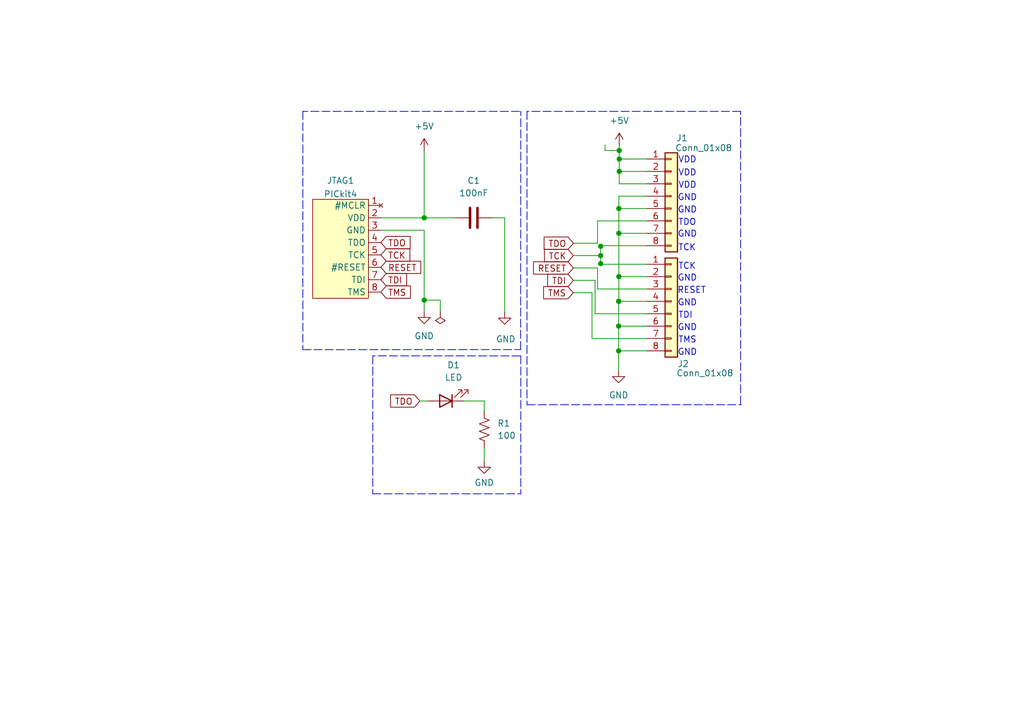
<source format=kicad_sch>
(kicad_sch (version 20211123) (generator eeschema)
  (paper "A5")
  (title_block (title "JTAG_ISP / HDR") (date "2022-04-15") (rev "v5.4.0"))
  (lib_symbols
    (symbol "Connector_Generic:Conn_01x08" (pin_names (offset 1.016) hide)
      (property "Reference" "J" (at 0 10.16 0))
      (property "Value" "Conn_01x08" (at 0 -12.7 0))
      (symbol "Conn_01x08_1_1"
        (rectangle (start -1.27 -10.033) (end 0 -10.287) (stroke (width 0.1524)))
        (rectangle (start -1.27 -7.493) (end 0 -7.747) (stroke (width 0.1524)))
        (rectangle (start -1.27 -4.953) (end 0 -5.207) (stroke (width 0.1524)))
        (rectangle (start -1.27 -2.413) (end 0 -2.667) (stroke (width 0.1524)))
        (rectangle (start -1.27 0.127) (end 0 -0.127) (stroke (width 0.1524)))
        (rectangle (start -1.27 2.667) (end 0 2.413) (stroke (width 0.1524)))
        (rectangle (start -1.27 5.207) (end 0 4.953) (stroke (width 0.1524)))
        (rectangle (start -1.27 7.747) (end 0 7.493) (stroke (width 0.1524)))
        (rectangle (start -1.27 8.89) (end 1.27 -11.43) (stroke (width 0.254)) (fill (type background)))
        (pin passive line (at -5.08 7.62 0) (length 3.81) (name "Pin_1") (number "1"))
        (pin passive line (at -5.08 5.08 0) (length 3.81) (name "Pin_2") (number "2"))
        (pin passive line (at -5.08 2.54 0) (length 3.81) (name "Pin_3") (number "3"))
        (pin passive line (at -5.08 0 0) (length 3.81) (name "Pin_4") (number "4"))
        (pin passive line (at -5.08 -2.54 0) (length 3.81) (name "Pin_5") (number "5"))
        (pin passive line (at -5.08 -5.08 0) (length 3.81) (name "Pin_6") (number "6"))
        (pin passive line (at -5.08 -7.62 0) (length 3.81) (name "Pin_7") (number "7"))
        (pin passive line (at -5.08 -10.16 0) (length 3.81) (name "Pin_8") (number "8"))
      )
    )
    (symbol "Device:C" (pin_numbers hide) (pin_names (offset 0.254))
      (property "Reference" "C" (at 0.635 2.54 0))
      (property "Value" "C" (at 0.635 -2.54 0))
      (symbol "C_0_1"
        (polyline (pts (xy -2.032 -0.762) (xy 2.032 -0.762)) (stroke (width 0.508)))
        (polyline (pts (xy -2.032 0.762) (xy 2.032 0.762)) (stroke (width 0.508)))
      )
      (symbol "C_1_1"
        (pin passive line (at 0 3.81 270) (length 2.794) (name "~") (number "1"))
        (pin passive line (at 0 -3.81 90) (length 2.794) (name "~") (number "2"))
      )
    )
    (symbol "Device:LED" (pin_numbers hide) (pin_names (offset 1.016) hide)
      (property "Reference" "D" (at 0 2.54 0))
      (property "Value" "LED" (at 0 -2.54 0))
      (symbol "LED_0_1"
        (polyline (pts (xy -1.27 -1.27) (xy -1.27 1.27)) (stroke (width 0.254)))
        (polyline (pts (xy -1.27 0) (xy 1.27 0)))
        (polyline (pts (xy 1.27 -1.27) (xy 1.27 1.27) (xy -1.27 0) (xy 1.27 -1.27)) (stroke (width 0.254)))
        (polyline (pts (xy -3.048 -0.762) (xy -4.572 -2.286) (xy -3.81 -2.286) (xy -4.572 -2.286) (xy -4.572 -1.524)))
        (polyline (pts (xy -1.778 -0.762) (xy -3.302 -2.286) (xy -2.54 -2.286) (xy -3.302 -2.286) (xy -3.302 -1.524)))
      )
      (symbol "LED_1_1"
        (pin passive line (at -3.81 0 0) (length 2.54) (name "K") (number "1"))
        (pin passive line (at 3.81 0 180) (length 2.54) (name "A") (number "2"))
      )
    )
    (symbol "Device:R_US" (pin_numbers hide) (pin_names (offset 0))
      (property "Reference" "R" (at 2.54 0 90))
      (property "Value" "R_US" (at -2.54 0 90))
      (symbol "R_US_0_1"
        (polyline (pts (xy 0 -2.286) (xy 0 -2.54)))
        (polyline (pts (xy 0 2.286) (xy 0 2.54)))
        (polyline (pts (xy 0 -0.762) (xy 1.016 -1.143) (xy 0 -1.524) (xy -1.016 -1.905) (xy 0 -2.286)))
        (polyline (pts (xy 0 0.762) (xy 1.016 0.381) (xy 0 0) (xy -1.016 -0.381) (xy 0 -0.762)))
        (polyline (pts (xy 0 2.286) (xy 1.016 1.905) (xy 0 1.524) (xy -1.016 1.143) (xy 0 0.762)))
      )
      (symbol "R_US_1_1"
        (pin passive line (at 0 3.81 270) (length 1.27) (name "~") (number "1"))
        (pin passive line (at 0 -3.81 90) (length 1.27) (name "~") (number "2"))
      )
    )
    (symbol "THOMAS_library:PICkit4"
      (property "Reference" "JTAG" (at -2.54 0 0))
      (property "Value" "PICkit4" (at -1.27 -2.54 0))
      (symbol "PICkit4_0_1"
        (rectangle (start -5.08 -3.81) (end 6.35 -24.13) (fill (type background)))
      )
      (symbol "PICkit4_1_1"
        (pin no_connect line (at 8.89 -5.08 180) (length 2.54) (name "#MCLR") (number "1"))
        (pin bidirectional line (at 8.89 -7.62 180) (length 2.54) (name "VDD") (number "2"))
        (pin bidirectional line (at 8.89 -10.16 180) (length 2.54) (name "GND") (number "3"))
        (pin bidirectional line (at 8.89 -12.7 180) (length 2.54) (name "TDO") (number "4"))
        (pin bidirectional line (at 8.89 -15.24 180) (length 2.54) (name "TCK") (number "5"))
        (pin bidirectional line (at 8.89 -17.78 180) (length 2.54) (name "#RESET") (number "6"))
        (pin bidirectional line (at 8.89 -20.32 180) (length 2.54) (name "TDI") (number "7"))
        (pin bidirectional line (at 8.89 -22.86 180) (length 2.54) (name "TMS") (number "8"))
      )
    )
    (symbol "power:+5V" (power) (pin_names (offset 0))
      (property "Value" "+5V" (at 0 3.556 0))
      (symbol "+5V_0_1"
        (polyline (pts (xy -0.762 1.27) (xy 0 2.54)))
        (polyline (pts (xy 0 0) (xy 0 2.54)))
        (polyline (pts (xy 0 2.54) (xy 0.762 1.27)))
      )
      (symbol "+5V_1_1"
        (pin power_in line (at 0 0 90) (length 0) hide (name "+5V") (number "1"))
      )
    )
    (symbol "power:GND" (power) (pin_names (offset 0))
      (property "Value" "GND" (at 0 -3.81 0))
      (symbol "GND_0_1"
        (polyline (pts (xy 0 0) (xy 0 -1.27) (xy 1.27 -1.27) (xy 0 -2.54) (xy -1.27 -1.27) (xy 0 -1.27)))
      )
      (symbol "GND_1_1"
        (pin power_in line (at 0 0 270) (length 0) hide (name "GND") (number "1"))
      )
    )
    (symbol "power:PWR_FLAG" (power) (pin_numbers hide) (pin_names (offset 0) hide)
      (property "Value" "PWR_FLAG" (at 0 3.81 0))
      (symbol "PWR_FLAG_0_0"
        (pin power_out line (at 0 0 90) (length 0) (name "pwr") (number "1"))
      )
      (symbol "PWR_FLAG_0_1"
        (polyline (pts (xy 0 0) (xy 0 1.27) (xy -1.016 1.905) (xy 0 2.54) (xy 1.016 1.905) (xy 0 1.27)))
      )
    )
  )
  (junction (at 127 35.179))
  (junction (at 86.995 61.595))
  (junction (at 123.19 54.102))
  (junction (at 126.9113 42.799))
  (junction (at 86.995 44.704))
  (junction (at 126.9113 61.849))
  (junction (at 127 30.8916))
  (junction (at 127 32.639))
  (junction (at 126.873 66.929))
  (junction (at 126.9113 47.879))
  (junction (at 126.873 72.009))
  (junction (at 123.19 50.546))
  (junction (at 126.9113 56.769))
  (junction (at 123.19 52.451))
  (junction (at 126.873 61.849))
  (wire (pts (xy 132.588 32.639) (xy 127 32.639)))
  (wire (pts (xy 122.555 45.339) (xy 122.555 49.911)))
  (wire (pts (xy 126.9113 47.879) (xy 126.9113 56.769)))
  (wire (pts (xy 78.105 47.244) (xy 86.995 47.244)))
  (wire (pts (xy 122.555 45.339) (xy 132.588 45.339)))
  (wire (pts (xy 103.505 44.704) (xy 103.505 64.008)))
  (wire (pts (xy 123.19 50.419) (xy 132.588 50.419)))
  (polyline (pts (xy 62.103 71.755) (xy 106.78 71.7376)))
  (polyline (pts (xy 106.553 22.86) (xy 62.103 22.86)))
  (wire (pts (xy 126.873 66.929) (xy 126.873 72.009)))
  (wire (pts (xy 117.602 49.911) (xy 122.555 49.911)))
  (wire (pts (xy 122.555 54.991) (xy 122.555 59.309)))
  (polyline (pts (xy 106.673 73.0478) (xy 76.454 73.025)))
  (wire (pts (xy 117.602 57.531) (xy 122.047 57.531)))
  (wire (pts (xy 127 29.845) (xy 127 30.8916)))
  (wire (pts (xy 127 35.179) (xy 127 37.719)))
  (wire (pts (xy 86.995 30.988) (xy 86.995 44.704)))
  (wire (pts (xy 121.412 60.071) (xy 121.412 69.469)))
  (polyline (pts (xy 106.807 73.025) (xy 106.807 101.346)))
  (wire (pts (xy 126.873 72.009) (xy 126.873 76.0139)))
  (polyline (pts (xy 151.892 82.931) (xy 151.892 22.86)))
  (wire (pts (xy 123.19 50.419) (xy 123.19 50.546)))
  (wire (pts (xy 132.588 35.179) (xy 127 35.179)))
  (wire (pts (xy 126.9113 42.799) (xy 126.9113 47.879)))
  (wire (pts (xy 132.588 47.879) (xy 126.9113 47.879)))
  (wire (pts (xy 126.873 61.849) (xy 126.873 66.929)))
  (wire (pts (xy 117.602 52.451) (xy 123.19 52.451)))
  (polyline (pts (xy 76.454 101.346) (xy 106.807 101.346)))
  (wire (pts (xy 127 32.639) (xy 127 35.179)))
  (wire (pts (xy 86.995 61.595) (xy 90.297 61.595)))
  (wire (pts (xy 123.19 52.451) (xy 123.19 54.102)))
  (wire (pts (xy 127 37.719) (xy 132.588 37.719)))
  (polyline (pts (xy 106.78 71.7376) (xy 106.807 22.86)))
  (wire (pts (xy 126.9113 56.769) (xy 126.9113 61.849)))
  (wire (pts (xy 99.314 82.296) (xy 95.25 82.296)))
  (polyline (pts (xy 108.077 22.86) (xy 108.077 83.058)))
  (wire (pts (xy 126.873 61.849) (xy 126.9113 61.849)))
  (wire (pts (xy 99.314 84.328) (xy 99.314 82.296)))
  (wire (pts (xy 126.873 72.009) (xy 132.588 72.009)))
  (wire (pts (xy 86.106 82.296) (xy 87.63 82.296)))
  (wire (pts (xy 78.105 44.704) (xy 86.995 44.704)))
  (wire (pts (xy 121.412 69.469) (xy 132.588 69.469)))
  (wire (pts (xy 117.561 60.071) (xy 121.412 60.071)))
  (wire (pts (xy 126.9113 40.259) (xy 126.9113 42.799)))
  (polyline (pts (xy 76.454 73.025) (xy 76.454 101.346)))
  (wire (pts (xy 132.588 42.799) (xy 126.9113 42.799)))
  (wire (pts (xy 126.873 66.929) (xy 132.588 66.929)))
  (polyline (pts (xy 62.103 22.86) (xy 62.103 71.755)))
  (wire (pts (xy 122.555 59.309) (xy 132.588 59.309)))
  (wire (pts (xy 124.079 30.8916) (xy 127 30.8916)))
  (wire (pts (xy 117.602 54.991) (xy 122.555 54.991)))
  (wire (pts (xy 99.314 91.948) (xy 99.314 94.615)))
  (wire (pts (xy 122.047 57.531) (xy 122.047 64.389)))
  (wire (pts (xy 86.995 47.244) (xy 86.995 61.595)))
  (polyline (pts (xy 151.892 22.86) (xy 108.077 22.86)))
  (wire (pts (xy 132.588 40.259) (xy 126.9113 40.259)))
  (wire (pts (xy 126.9113 61.849) (xy 132.588 61.849)))
  (wire (pts (xy 127 30.8916) (xy 127 32.639)))
  (polyline (pts (xy 108.077 83.058) (xy 152.019 83.058)))
  (wire (pts (xy 90.297 63.881) (xy 90.297 61.595)))
  (wire (pts (xy 123.19 54.229) (xy 132.588 54.229)))
  (wire (pts (xy 123.19 54.102) (xy 123.19 54.229)))
  (wire (pts (xy 124.079 29.718) (xy 124.079 30.8916)))
  (wire (pts (xy 122.047 64.389) (xy 132.588 64.389)))
  (wire (pts (xy 123.19 50.546) (xy 123.19 52.451)))
  (wire (pts (xy 132.588 56.769) (xy 126.9113 56.769)))
  (wire (pts (xy 86.995 63.881) (xy 86.995 61.595)))
  (wire (pts (xy 103.505 44.704) (xy 100.965 44.704)))
  (wire (pts (xy 86.995 44.704) (xy 93.345 44.704)))
  (text "TDO" (at 139.065 46.482 0) (effects (font (size 1.27 1.27)) (justify left bottom)))
  (text "TCK" (at 139.065 55.499 0) (effects (font (size 1.27 1.27)) (justify left bottom)))
  (text "GND" (at 138.938 48.895 0) (effects (font (size 1.27 1.27)) (justify left bottom)))
  (text "GND" (at 138.938 62.992 0) (effects (font (size 1.27 1.27)) (justify left bottom)))
  (text "GND" (at 138.938 68.072 0) (effects (font (size 1.27 1.27)) (justify left bottom)))
  (text "TMS" (at 139.065 70.612 0) (effects (font (size 1.27 1.27)) (justify left bottom)))
  (text "TDI" (at 139.065 65.532 0) (effects (font (size 1.27 1.27)) (justify left bottom)))
  (text "TCK" (at 139.065 51.689 0) (effects (font (size 1.27 1.27)) (justify left bottom)))
  (text "VDD" (at 139.065 36.322 0) (effects (font (size 1.27 1.27)) (justify left bottom)))
  (text "VDD" (at 139.065 38.862 0) (effects (font (size 1.27 1.27)) (justify left bottom)))
  (text "GND" (at 138.938 73.152 0) (effects (font (size 1.27 1.27)) (justify left bottom)))
  (text "RESET" (at 138.8902 60.4355 0) (effects (font (size 1.27 1.27)) (justify left bottom)))
  (text "VDD" (at 139.065 33.655 0) (effects (font (size 1.27 1.27)) (justify left bottom)))
  (text "GND" (at 138.938 43.942 0) (effects (font (size 1.27 1.27)) (justify left bottom)))
  (text "GND" (at 138.938 57.912 0) (effects (font (size 1.27 1.27)) (justify left bottom)))
  (text "GND" (at 138.938 41.402 0) (effects (font (size 1.27 1.27)) (justify left bottom)))
  (global_label "TDO" (shape input) (at 117.602 49.911 180) (property "Intersheet References" "${INTERSHEET_REFS}" (effects hide)))
  (global_label "TMS" (shape input) (at 78.105 59.944 0) (property "Intersheet References" "${INTERSHEET_REFS}" (effects hide)))
  (global_label "TCK" (shape input) (at 117.602 52.451 180) (property "Intersheet References" "${INTERSHEET_REFS}" (effects hide)))
  (global_label "TMS" (shape input) (at 117.561 60.071 180) (property "Intersheet References" "${INTERSHEET_REFS}" (effects hide)))
  (global_label "TDI" (shape input) (at 117.602 57.531 180) (property "Intersheet References" "${INTERSHEET_REFS}" (effects hide)))
  (global_label "RESET" (shape input) (at 78.105 54.864 0) (property "Intersheet References" "${INTERSHEET_REFS}" (effects hide)))
  (global_label "TDO" (shape input) (at 78.105 49.784 0) (property "Intersheet References" "${INTERSHEET_REFS}" (effects hide)))
  (global_label "TCK" (shape input) (at 78.105 52.324 0) (property "Intersheet References" "${INTERSHEET_REFS}" (effects hide)))
  (global_label "RESET" (shape input) (at 117.602 54.991 180) (property "Intersheet References" "${INTERSHEET_REFS}" (effects hide)))
  (global_label "TDI" (shape input) (at 78.105 57.404 0) (property "Intersheet References" "${INTERSHEET_REFS}" (effects hide)))
  (global_label "TDO" (shape input) (at 86.106 82.296 180) (property "Intersheet References" "${INTERSHEET_REFS}" (effects hide)))
  (symbol (lib_id "power:+5V") (at 86.995 30.988 0) (unit 1)
    (property "Reference" "#PWR01" (effects hide))
    (property "Value" "+5V" (at 86.995 25.908 0))
  )
  (symbol (lib_id "power:+5V") (at 127 29.845 0) (unit 1)
    (property "Reference" "#PWR06" (effects hide))
    (property "Value" "+5V" (at 127 24.765 0))
  )
  (symbol (lib_id "Device:LED") (at 91.44 82.296 180) (unit 1)
    (property "Reference" "D1" (at 93.0275 74.93 0))
    (property "Value" "LED" (at 93.0275 77.47 0))
    (property "Footprint" "LED_THT:LED_D3.0mm" (effects hide))
  )
  (symbol (lib_id "Connector_Generic:Conn_01x08") (at 137.668 40.259 0) (unit 1)
    (property "Reference" "J1" (at 138.684 28.321 0) (effects (justify left)))
    (property "Value" "Conn_01x08" (at 138.43 30.353 0) (effects (justify left)))
    (property "Footprint" "Connector_PinHeader_2.54mm:PinHeader_1x08_P2.54mm_Vertical" (effects hide))
  )
  (symbol (lib_id "Device:R_US") (at 99.314 88.138 0) (unit 1)
    (property "Reference" "R1" (at 101.981 86.8679 0) (effects (justify left)))
    (property "Value" "100" (at 101.981 89.4079 0) (effects (justify left)))
    (property "Footprint" "Resistor_THT:R_Axial_DIN0207_L6.3mm_D2.5mm_P10.16mm_Horizontal" (effects hide))
  )
  (symbol (lib_id "power:GND") (at 99.314 94.615 0) (unit 1)
    (property "Reference" "#PWR03" (effects hide))
    (property "Value" "GND" (at 99.314 99.06 0))
  )
  (symbol (lib_id "Device:C") (at 97.155 44.704 90) (unit 1)
    (property "Reference" "C1" (at 97.155 37.084 90))
    (property "Value" "100nF" (at 97.155 39.624 90))
    (property "Footprint" "Capacitor_THT:C_Disc_D3.0mm_W2.0mm_P2.50mm" (effects hide))
  )
  (symbol (lib_id "power:GND") (at 126.873 76.0139 0) (unit 1)
    (property "Reference" "#PWR05" (effects hide))
    (property "Value" "GND" (at 126.873 81.0939 0))
  )
  (symbol (lib_id "power:GND") (at 103.505 64.008 0) (unit 1)
    (property "Reference" "#PWR04" (effects hide))
    (property "Value" "GND" (at 103.7207 69.596 0))
  )
  (symbol (lib_id "power:PWR_FLAG") (at 90.297 63.881 180) (unit 1)
    (property "Reference" "#FLG01" (effects hide))
    (property "Value" "PWR_FLAG" (effects hide))
  )
  (symbol (lib_id "THOMAS_library:PICkit4") (at 69.215 37.084 0) (unit 1)
    (property "Reference" "JTAG1" (at 69.85 37.0545 0))
    (property "Value" "PICkit4" (at 69.85 39.8296 0))
    (property "Footprint" "THOMAS_library:PicKit4-2" (effects hide))
  )
  (symbol (lib_id "Connector_Generic:Conn_01x08") (at 137.668 61.849 0) (unit 1)
    (property "Reference" "J2" (at 138.938 74.676 0) (effects (justify left)))
    (property "Value" "Conn_01x08" (at 138.684 76.581 0) (effects (justify left)))
    (property "Footprint" "Connector_PinHeader_2.54mm:PinHeader_1x08_P2.54mm_Vertical" (effects hide))
  )
  (symbol (lib_id "power:GND") (at 86.995 63.881 0) (unit 1)
    (property "Reference" "#PWR02" (effects hide))
    (property "Value" "GND" (at 86.995 68.961 0))
  )
)
</source>
